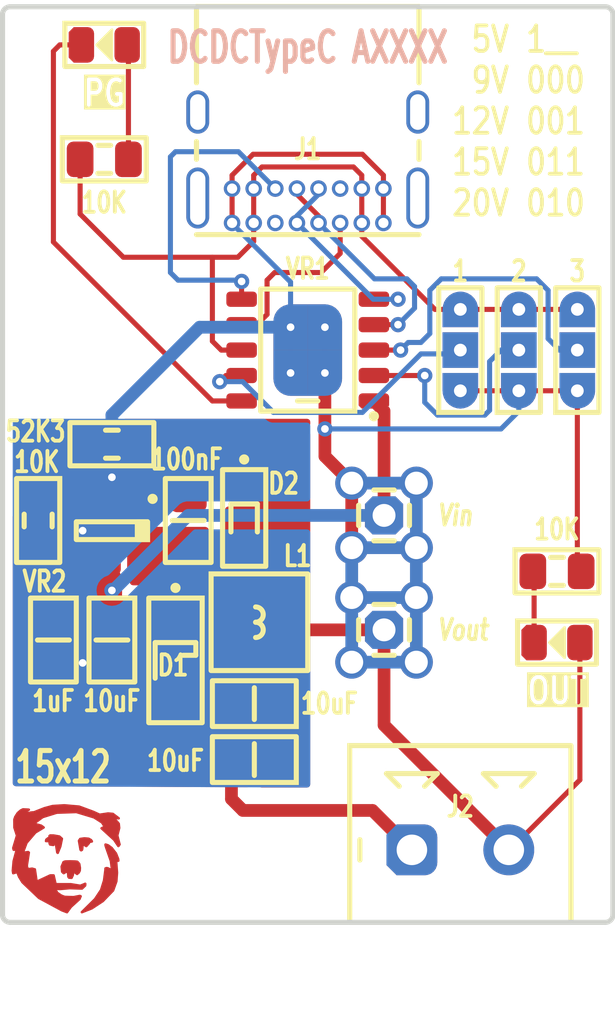
<source format=kicad_pcb>
(kicad_pcb (version 20240108) (generator "pcbnew") (generator_version "8.0")
  (layers (0 "F.Cu" signal) (31 "B.Cu" jumper) (34 "B.Paste" user) (35 "F.Paste" user) (36 "B.SilkS" user "B.Silkscreen") (37 "F.SilkS" user "F.Silkscreen") (38 "B.Mask" user) (39 "F.Mask" user) (44 "Edge.Cuts" user))
  (net 0 "")
  (net 1 "USB_DP")
  (net 2 "USB_DM")
  (net 3 "GND")
  (net 4 "Vusb")
  (net 5 "USB_CC2")
  (net 6 "USB_CC1")
  (net 7 "USB_CFG1")
  (net 8 "USB_CFG2")
  (net 9 "USB_CFG3")
  (net 10 "LED_PG")
  (net 11 "BOOST")
  (net 12 "SW")
  (net 13 "FB")
  (net 14 "Vin")
  (net 15 "Vout")
  (net 16 "PG")
  (net 17 "LED_OUT")
  (footprint "Medo64:L Inductor (3.0x3.0)" (layer "F.Cu") (at 30.1 44.2)
    (property "Reference" "L1" (at 1.5 -2.6 180) (layer "F.SilkS") (effects (font (size 0.8 0.6))))
    (property "Value" "22uH" (hide yes))
    (fp_rect (start -1.9 -1.9) (end 1.9 1.9) (stroke (width 0.2)) (fill none) (layer "F.SilkS"))
    (fp_arc (start -0.15 -0.6) (mid 0.15 -0.3) (end -0.15 0) (stroke (width 0.2)) (layer "F.SilkS"))
    (fp_arc (start -0.15 0) (mid 0.15 0.3) (end -0.15 0.6) (stroke (width 0.2)) (layer "F.SilkS"))
    (pad "1" smd roundrect (at -1.05 0) (size 1 3.4) (layers "F.Cu" "F.Paste" "F.Mask") (net 12 "SW"))
    (pad "2" smd roundrect (at 1.05 0) (size 1 3.4) (layers "F.Cu" "F.Paste" "F.Mask") (net 15 "Vout"))
  )
  (footprint "Medo64:C (0805)" (layer "F.Cu") (at 29.9 47.4 180)
    (property "Reference" "C4" (hide yes))
    (property "Value" "10uF" (at -2.95 0 0) (layer "F.SilkS") (effects (font (size 0.8 0.6) (thickness 0.15) (bold yes))))
    (fp_line (start 0 -0.625) (end 0 0.625) (stroke (width 0.2)) (layer "F.SilkS"))
    (fp_rect (start -1.65 -0.9) (end 1.65 0.9) (stroke (width 0.2)) (fill none) (layer "F.SilkS"))
    (pad "1" smd roundrect (at -0.9 0 180) (size 1.15 1.45) (layers "F.Cu" "F.Paste" "F.Mask") (net 15 "Vout"))
    (pad "2" smd roundrect (at 0.9 0 180) (size 1.15 1.45) (layers "F.Cu" "F.Paste" "F.Mask") (net 3 "GND"))
  )
  (footprint "Medo64:J USB C 2.0 Receptacle (16w)" (layer "F.Cu") (at 32 28.5 180)
    (property "Reference" "J1" (at 0 2.9 0) (layer "F.SilkS") (effects (font (size 0.8 0.6))))
    (property "Value" "‎USB4085" (hide yes))
    (fp_line (start 4.375 5.51) (end 4.375 8.51) (stroke (width 0.2)) (layer "F.SilkS"))
    (fp_line (start 4.375 2.5) (end 4.375 3.2) (stroke (width 0.2)) (layer "F.SilkS"))
    (fp_line (start -4.375 8.51) (end 4.375 8.51) (stroke (width 0.2)) (layer "F.SilkS"))
    (fp_line (start -4.375 5.51) (end -4.375 8.51) (stroke (width 0.2)) (layer "F.SilkS"))
    (fp_line (start -4.375 2.5) (end -4.375 3.2) (stroke (width 0.2)) (layer "F.SilkS"))
    (fp_line (start -4.375 -0.46) (end 4.375 -0.46) (stroke (width 0.2)) (layer "F.SilkS"))
    (pad "A01" thru_hole circle (at -2.975 0 180) (size 0.65 0.65) (drill 0.4) (layers "*.Cu" "*.Mask" "F.Paste") (net 3 "GND"))
    (pad "A04" thru_hole circle (at -2.125 0 180) (size 0.65 0.65) (drill 0.4) (layers "*.Cu" "*.Mask" "F.Paste") (net 4 "Vusb"))
    (pad "A05" thru_hole circle (at -1.275 0 180) (size 0.65 0.65) (drill 0.4) (layers "*.Cu" "*.Mask" "F.Paste") (net 6 "USB_CC1"))
    (pad "A06" thru_hole circle (at -0.425 0 180) (size 0.65 0.65) (drill 0.4) (layers "*.Cu" "*.Mask" "F.Paste") (net 1 "USB_DP"))
    (pad "A07" thru_hole circle (at 0.425 0 180) (size 0.65 0.65) (drill 0.4) (layers "*.Cu" "*.Mask" "F.Paste") (net 2 "USB_DM"))
    (pad "A08" thru_hole circle (at 1.275 0 180) (size 0.65 0.65) (drill 0.4) (layers "*.Cu" "*.Mask" "F.Paste"))
    (pad "A09" thru_hole circle (at 2.125 0 180) (size 0.65 0.65) (drill 0.4) (layers "*.Cu" "*.Mask" "F.Paste") (net 4 "Vusb"))
    (pad "A12" thru_hole circle (at 2.975 0 180) (size 0.65 0.65) (drill 0.4) (layers "*.Cu" "*.Mask" "F.Paste") (net 3 "GND"))
    (pad "B01" thru_hole circle (at 2.975 1.35 180) (size 0.65 0.65) (drill 0.4) (layers "*.Cu" "*.Mask" "F.Paste") (net 3 "GND"))
    (pad "B04" thru_hole circle (at 2.125 1.35 180) (size 0.65 0.65) (drill 0.4) (layers "*.Cu" "*.Mask" "F.Paste") (net 4 "Vusb"))
    (pad "B05" thru_hole circle (at 1.275 1.35 180) (size 0.65 0.65) (drill 0.4) (layers "*.Cu" "*.Mask" "F.Paste") (net 5 "USB_CC2"))
    (pad "B06" thru_hole circle (at 0.425 1.35 180) (size 0.65 0.65) (drill 0.4) (layers "*.Cu" "*.Mask" "F.Paste") (net 1 "USB_DP"))
    (pad "B07" thru_hole circle (at -0.425 1.35 180) (size 0.65 0.65) (drill 0.4) (layers "*.Cu" "*.Mask" "F.Paste") (net 2 "USB_DM"))
    (pad "B10" thru_hole circle (at -1.275 1.35 180) (size 0.65 0.65) (drill 0.4) (layers "*.Cu" "*.Mask" "F.Paste"))
    (pad "B11" thru_hole circle (at -2.125 1.35 180) (size 0.65 0.65) (drill 0.4) (layers "*.Cu" "*.Mask" "F.Paste") (net 4 "Vusb"))
    (pad "B12" thru_hole circle (at -2.975 1.35 180) (size 0.65 0.65) (drill 0.4) (layers "*.Cu" "*.Mask" "F.Paste") (net 3 "GND"))
    (pad "S" thru_hole oval (at -4.325 0.98 180) (size 0.9 2.4) (drill oval 0.6 2.1) (layers "*.Cu" "*.Mask" "F.Paste"))
    (pad "S" thru_hole oval (at -4.325 4.36 180) (size 0.9 1.7) (drill oval 0.6 1.4) (layers "*.Cu" "*.Mask" "F.Paste"))
    (pad "S" thru_hole oval (at 4.325 0.98 180) (size 0.9 2.4) (drill oval 0.6 2.1) (layers "*.Cu" "*.Mask" "F.Paste"))
    (pad "S" thru_hole oval (at 4.325 4.36 180) (size 0.9 1.7) (drill oval 0.6 1.4) (layers "*.Cu" "*.Mask" "F.Paste"))
  )
  (footprint "Medo64:JP Dual Test (1205)" (layer "F.Cu") (at 38 33.5 90)
    (property "Reference" "JP1" (hide yes))
    (property "Value" "1" (at 3.1 0 180) (layer "F.SilkS") (effects (font (size 0.8 0.6) (thickness 0.15) (bold yes))))
    (fp_rect (start -2.45 -0.85) (end 2.45 0.85) (stroke (width 0.2)) (fill none) (layer "F.SilkS"))
    (pad "1" thru_hole roundrect (at -1.6 0 90) (size 1.4 1.4) (drill 0.5) (layers "*.Cu" "F.Mask") (roundrect_rratio 0.5) (chamfer_ratio 0) (chamfer top_right bottom_right) (net 3 "GND"))
    (pad "2" thru_hole roundrect (at 0 0 90) (size 1.4 1.4) (drill 0.5) (layers "*.Cu" "F.Mask") (roundrect_rratio 0) (chamfer_ratio 0.2) (chamfer) (net 7 "USB_CFG1"))
    (pad "3" thru_hole roundrect (at 1.6 0 90) (size 1.4 1.4) (drill 0.5) (layers "*.Cu" "F.Mask") (roundrect_rratio 0.5) (chamfer_ratio 0) (chamfer top_left bottom_left) (net 4 "Vusb"))
  )
  (footprint "Medo64:C (0805)" (layer "F.Cu") (at 24.3 44.9 -90)
    (property "Reference" "C3" (hide yes))
    (property "Value" "10uF" (at 2.4 0 0) (layer "F.SilkS") (effects (font (size 0.8 0.6) (thickness 0.15) (bold yes))))
    (fp_line (start 0 -0.625) (end 0 0.625) (stroke (width 0.2)) (layer "F.SilkS"))
    (fp_rect (start -1.65 -0.9) (end 1.65 0.9) (stroke (width 0.2)) (fill none) (layer "F.SilkS"))
    (pad "1" smd roundrect (at -0.9 0 270) (size 1.15 1.45) (layers "F.Cu" "F.Paste" "F.Mask") (net 14 "Vin"))
    (pad "2" smd roundrect (at 0.9 0 270) (size 1.15 1.45) (layers "F.Cu" "F.Paste" "F.Mask") (net 3 "GND"))
  )
  (footprint "Medo64:D (SOD323)" (layer "F.Cu") (at 29.5 40.1 -90)
    (property "Reference" "D2" (at -1.35 -1.55 0) (layer "F.SilkS") (effects (font (size 0.8 0.6) (thickness 0.15) (bold yes))))
    (property "Value" "CUS08F30" (hide yes))
    (fp_line (start -0.55 0.52) (end 0.55 0.52) (stroke (width 0.2)) (layer "F.SilkS"))
    (fp_line (start -0.55 -0.52) (end -0.55 0.52) (stroke (width 0.2)) (layer "F.SilkS"))
    (fp_line (start -0.55 -0.52) (end 0.55 -0.52) (stroke (width 0.2)) (layer "F.SilkS"))
    (fp_rect (start -1.9 -0.85) (end 1.9 0.85) (stroke (width 0.2)) (fill none) (layer "F.SilkS"))
    (fp_circle (center -2.3 0) (end -2.15 0) (stroke (width 0.1)) (fill solid) (layer "F.SilkS"))
    (pad "1" smd roundrect (at -1.25 0 270) (size 0.95 0.55) (layers "F.Cu" "F.Paste" "F.Mask") (chamfer_ratio 0.2) (chamfer top_left bottom_left) (net 11 "BOOST"))
    (pad "2" smd roundrect (at 1.25 0 270) (size 0.95 0.55) (layers "F.Cu" "F.Paste" "F.Mask") (net 15 "Vout"))
  )
  (footprint "Medo64:C (0805)" (layer "F.Cu") (at 22 44.9 -90)
    (property "Reference" "C2" (hide yes))
    (property "Value" "1uF" (at 2.4 0 0) (layer "F.SilkS") (effects (font (size 0.8 0.6) (thickness 0.15) (bold yes))))
    (fp_line (start 0 -0.625) (end 0 0.625) (stroke (width 0.2)) (layer "F.SilkS"))
    (fp_rect (start -1.65 -0.9) (end 1.65 0.9) (stroke (width 0.2)) (fill none) (layer "F.SilkS"))
    (pad "1" smd roundrect (at -0.9 0 270) (size 1.15 1.45) (layers "F.Cu" "F.Paste" "F.Mask") (net 14 "Vin"))
    (pad "2" smd roundrect (at 0.9 0 270) (size 1.15 1.45) (layers "F.Cu" "F.Paste" "F.Mask") (net 3 "GND"))
  )
  (footprint "Medo64:C (0805)" (layer "F.Cu") (at 29.9 49.6 180)
    (property "Reference" "C5" (hide yes))
    (property "Value" "10uF" (at 3.1 -0.05 0) (layer "F.SilkS") (effects (font (size 0.8 0.6) (thickness 0.15) (bold yes))))
    (fp_line (start 0 -0.625) (end 0 0.625) (stroke (width 0.2)) (layer "F.SilkS"))
    (fp_rect (start -1.65 -0.9) (end 1.65 0.9) (stroke (width 0.2)) (fill none) (layer "F.SilkS"))
    (pad "1" smd roundrect (at -0.9 0 180) (size 1.15 1.45) (layers "F.Cu" "F.Paste" "F.Mask") (net 15 "Vout"))
    (pad "2" smd roundrect (at 0.9 0 180) (size 1.15 1.45) (layers "F.Cu" "F.Paste" "F.Mask") (net 3 "GND"))
  )
  (footprint "Medo64:C (0805)" (layer "F.Cu") (at 27.3 40.2 -90)
    (property "Reference" "C1" (hide yes))
    (property "Value" "100nF" (at -2.4 0.05 0) (layer "F.SilkS") (effects (font (size 0.8 0.6) (thickness 0.15) (bold yes))))
    (fp_line (start 0 -0.625) (end 0 0.625) (stroke (width 0.2)) (layer "F.SilkS"))
    (fp_rect (start -1.65 -0.9) (end 1.65 0.9) (stroke (width 0.2)) (fill none) (layer "F.SilkS"))
    (pad "1" smd roundrect (at -0.9 0 270) (size 1.15 1.45) (layers "F.Cu" "F.Paste" "F.Mask") (net 11 "BOOST"))
    (pad "2" smd roundrect (at 0.9 0 270) (size 1.15 1.45) (layers "F.Cu" "F.Paste" "F.Mask") (net 12 "SW"))
  )
  (footprint "Medo64:R (0805)" (layer "F.Cu") (at 24.3 37.2 180)
    (property "Reference" "R4" (hide yes))
    (property "Value" "52K3" (at 3 0.5 180) (layer "F.SilkS") (effects (font (size 0.8 0.6))))
    (fp_line (start -0.25 0.55) (end 0.25 0.55) (stroke (width 0.2)) (layer "F.SilkS"))
    (fp_line (start -0.25 -0.55) (end 0.25 -0.55) (stroke (width 0.2)) (layer "F.SilkS"))
    (fp_rect (start -1.65 -0.85) (end 1.65 0.85) (stroke (width 0.2)) (fill none) (layer "F.SilkS"))
    (pad "1" smd roundrect (at -0.95 0 180) (size 1.05 1.4) (layers "F.Cu" "F.Paste" "F.Mask") (net 15 "Vout"))
    (pad "2" smd roundrect (at 0.95 0 180) (size 1.05 1.4) (layers "F.Cu" "F.Paste" "F.Mask") (net 13 "FB"))
  )
  (footprint "Medo64:VR Buck Adjustable 600mA [MCP16301] (SOT23-6)" (layer "F.Cu") (at 24.3 40.6 -90)
    (property "Reference" "VR2" (at 2 2.65 0) (layer "F.SilkS") (effects (font (size 0.8 0.6))))
    (property "Value" "MCP16301" (hide yes))
    (fp_rect (start 0.35 -1.4) (end -0.35 1.4) (stroke (width 0.2)) (fill none) (layer "F.SilkS"))
    (fp_rect (start 0.35 -1.4) (end -0.35 -1) (stroke (width 0.2)) (fill solid) (layer "F.SilkS"))
    (fp_circle (center -1.25 -1.6) (end -1.1 -1.6) (stroke (width 0.1)) (fill solid) (layer "F.SilkS"))
    (pad "1" smd roundrect (at -1.25 -0.95 270) (size 0.9 0.7) (layers "F.Cu" "F.Paste" "F.Mask") (chamfer_ratio 0.2) (chamfer top_left top_right) (net 11 "BOOST"))
    (pad "2" smd roundrect (at -1.25 0 270) (size 0.9 0.7) (layers "F.Cu" "F.Paste" "F.Mask") (net 3 "GND"))
    (pad "3" smd roundrect (at -1.25 0.95 270) (size 0.9 0.7) (layers "F.Cu" "F.Paste" "F.Mask") (chamfer_ratio 0.2) (chamfer top_left top_right) (net 13 "FB"))
    (pad "4" smd roundrect (at 1.25 0.95 270) (size 0.9 0.7) (layers "F.Cu" "F.Paste" "F.Mask") (net 14 "Vin"))
    (pad "5" smd roundrect (at 1.25 0 270) (size 0.9 0.7) (layers "F.Cu" "F.Paste" "F.Mask") (net 14 "Vin"))
    (pad "6" smd roundrect (at 1.25 -0.95 270) (size 0.9 0.7) (layers "F.Cu" "F.Paste" "F.Mask") (net 12 "SW"))
  )
  (footprint "Medo64:DS (0805)" (layer "F.Cu") (at 24 21.5)
    (property "Reference" "DS1" (hide yes))
    (property "Value" "PG" (at 0 1.9 0) (layer "F.SilkS" knockout) (effects (font (size 1 0.8) (thickness 0.15) (bold yes))))
    (fp_rect (start -1.55 -0.85) (end 1.55 0.85) (stroke (width 0.2)) (fill none) (layer "F.SilkS"))
    (fp_poly (pts (xy -0.3 0) (xy 0.3 -0.6) (xy 0.3 0.6)) (stroke (width 0.1)) (fill solid) (layer "F.SilkS"))
    (pad "1" smd roundrect (at -0.9 0) (size 1 1.4) (layers "F.Cu" "F.Paste" "F.Mask") (chamfer_ratio 0.2) (chamfer top_left bottom_left) (net 16 "PG"))
    (pad "2" smd roundrect (at 0.9 0) (size 1 1.4) (layers "F.Cu" "F.Paste" "F.Mask") (net 10 "LED_PG"))
  )
  (footprint "Medo64:R (0805)" (layer "F.Cu") (at 21.4 40.2 -90)
    (property "Reference" "R3" (hide yes))
    (property "Value" "10K" (at -2.3 0.05 0) (layer "F.SilkS") (effects (font (size 0.8 0.6))))
    (fp_line (start -0.25 0.55) (end 0.25 0.55) (stroke (width 0.2)) (layer "F.SilkS"))
    (fp_line (start -0.25 -0.55) (end 0.25 -0.55) (stroke (width 0.2)) (layer "F.SilkS"))
    (fp_rect (start -1.65 -0.85) (end 1.65 0.85) (stroke (width 0.2)) (fill none) (layer "F.SilkS"))
    (pad "1" smd roundrect (at -0.95 0 270) (size 1.05 1.4) (layers "F.Cu" "F.Paste" "F.Mask") (net 13 "FB"))
    (pad "2" smd roundrect (at 0.95 0 270) (size 1.05 1.4) (layers "F.Cu" "F.Paste" "F.Mask") (net 3 "GND"))
  )
  (footprint "Medo64:ICON Medo64" (layer "F.Cu") (at 22.5 53.5)
    (property "Reference" "ICON" (hide yes))
    (property "Value" "Medo64" (hide yes))
    (fp_poly (pts (xy 0.569 -0.353) (xy 0.506 -0.707) (xy 0.554 -0.778) (xy 0.719 -0.8) (xy 0.885 -0.786) (xy 0.979 -0.733) (xy 1.012 -0.682) (xy 0.902 -0.659) (xy 0.892 -0.612) (xy 0.793 -0.5) (xy 0.659 -0.583) (xy 0.647 -0.581) (xy 0.632 -0.391) (xy 0.622 -0.353) (xy 0.592 -0.334)) (stroke (width 0.1)) (fill solid) (layer "F.Cu"))
    (fp_poly (pts (xy -0.347 -0.253) (xy -0.412 -0.648) (xy -0.502 -0.544) (xy -0.626 -0.56) (xy -0.646 -0.595) (xy -0.654 -0.695) (xy -0.79 -0.696) (xy -0.777 -0.752) (xy -0.709 -0.806) (xy -0.594 -0.838) (xy -0.594 -0.861) (xy -0.645 -0.874) (xy -0.654 -0.893) (xy -0.626 -0.915) (xy -0.491 -0.913) (xy -0.267 -0.874) (xy -0.168 -0.787) (xy -0.23 -0.486) (xy -0.331 -0.233) (xy -0.339 -0.24)) (stroke (width 0.1)) (fill solid) (layer "F.Cu"))
    (fp_poly (pts (xy 0.115 0.742) (xy 0.0899 0.706) (xy 0.0781 0.566) (xy 0.0622 0.52) (xy 0.00798 0.502) (xy -0.097 0.566) (xy -0.155 0.508) (xy -0.174 0.31) (xy -0.101 0.133) (xy -0.0361 0.108) (xy 0.168 0.103) (xy 0.347 0.109) (xy 0.44 0.12) (xy 0.515 0.205) (xy 0.54 0.36) (xy 0.533 0.466) (xy 0.5 0.535) (xy 0.431 0.596) (xy 0.384 0.562) (xy 0.365 0.53) (xy 0.342 0.512) (xy 0.286 0.53) (xy 0.257 0.652) (xy 0.212 0.749)) (stroke (width 0.1)) (fill solid) (layer "F.Cu"))
    (fp_poly (pts (xy 1.137 1.588) (xy 1.377 1.227) (xy 1.493 0.853) (xy 1.544 0.455) (xy 1.551 0.378) (xy 1.595 0.367) (xy 1.649 0.379) (xy 1.781 0.45) (xy 1.801 0.39) (xy 1.761 0.0848) (xy 1.586 -0.417) (xy 1.555 -0.511) (xy 1.55 -0.558) (xy 1.648 -0.527) (xy 1.79 -0.423) (xy 1.958 -0.207) (xy 2.045 0.013) (xy 2.05 0.076) (xy 1.964 0.0819) (xy 1.999 0.548) (xy 1.973 0.89) (xy 1.846 1.245) (xy 1.444 1.662) (xy 1.007 1.949) (xy 0.62 2.1)) (stroke (width 0.1)) (fill solid) (layer "F.Cu"))
    (fp_poly (pts (xy -0.162 2.027) (xy -1.067 1.539) (xy -1.715 0.923) (xy -1.847 0.71) (xy -1.921 0.519) (xy -2.079 0.567) (xy -2.095 0.469) (xy -2.062 0.0937) (xy -1.952 -0.314) (xy -1.982 -0.367) (xy -2.06 -0.354) (xy -2.077 -0.422) (xy -1.93 -0.912) (xy -2.032 -1.227) (xy -2.034 -1.544) (xy -1.998 -1.647) (xy -1.903 -1.796) (xy -1.782 -1.9) (xy -1.695 -1.941) (xy -1.468 -1.93) (xy -1.663 -1.801) (xy -1.722 -1.753) (xy -1.784 -1.659) (xy -1.735 -1.66) (xy -1.576 -1.778) (xy -1.371 -1.817) (xy -1.254 -1.827) (xy -1.134 -1.877) (xy -0.852 -1.987) (xy -0.528 -2.073) (xy -0.0731 -2.1) (xy 0.509 -2.05) (xy 1.073 -1.842) (xy 1.317 -1.73) (xy 1.649 -1.779) (xy 1.837 -1.763) (xy 2.065 -1.59) (xy 1.802 -1.633) (xy 1.67 -1.615) (xy 1.959 -1.505) (xy 2.067 -1.378) (xy 2.085 -1.212) (xy 2.009 -0.915) (xy 2.099 -0.563) (xy 2.055 -0.501) (xy 1.891 -0.746) (xy 1.396 -1.198) (xy 1.522 -1.254) (xy 1.413 -1.428) (xy 1.101 -1.627) (xy 0.403 -1.839) (xy -0.366 -1.813) (xy -0.919 -1.642) (xy -1.209 -1.43) (xy -1.227 -1.366) (xy -0.981 -1.3) (xy -0.886 -1.23) (xy -1.21 -1.035) (xy -1.558 -0.628) (xy -1.682 -0.293) (xy -1.663 -0.238) (xy -1.492 -0.262) (xy -1.468 -0.242) (xy -1.547 0.268) (xy -1.529 0.375) (xy -1.464 0.408) (xy -1.339 0.39) (xy -1.231 0.419) (xy -1.16 0.905) (xy -0.625 0.656) (xy -0.494 0.655) (xy -0.414 1.002) (xy 0.18 1.002) (xy 0.561 1.064) (xy 0.751 0.985) (xy 0.746 1.053) (xy 0.624 1.17) (xy 0.142 1.154) (xy -0.23 1.188) (xy -0.449 1.178) (xy -0.342 1.347) (xy -0.189 1.45) (xy -0.0588 1.5) (xy 0.291 1.511) (xy 0.537 1.463) (xy 0.568 1.475) (xy 0.523 1.584) (xy 0.188 1.888) (xy 0.0332 2.1)) (stroke (width 0.1)) (fill solid) (layer "F.Cu"))
  )
  (footprint "Medo64:VR PD [CH224K] (ESSOP-10')" (layer "F.Cu") (at 32 33.5 180)
    (property "Reference" "VR1" (at 0 3.2 0) (layer "F.SilkS") (effects (font (size 0.8 0.6))))
    (property "Value" "CH224K" (hide yes))
    (fp_line (start -0.4 -2) (end 0.4 -2) (stroke (width 0.2)) (layer "F.SilkS"))
    (fp_rect (start -1.85 -2.4) (end 1.85 2.4) (stroke (width 0.2)) (fill none) (layer "F.SilkS"))
    (fp_circle (center -2.6 -2.6) (end -2.45 -2.6) (stroke (width 0.1)) (fill solid) (layer "F.SilkS"))
    (pad "1" smd roundrect (at -2.6 -2 180) (size 1.2 0.6) (layers "F.Cu" "F.Paste" "F.Mask") (chamfer_ratio 0.2) (chamfer top_left top_right) (net 14 "Vin"))
    (pad "2" smd roundrect (at -2.6 -1 180) (size 1.2 0.6) (layers "F.Cu" "F.Paste" "F.Mask") (net 8 "USB_CFG2"))
    (pad "3" smd roundrect (at -2.6 0 180) (size 1.2 0.6) (layers "F.Cu" "F.Paste" "F.Mask") (net 9 "USB_CFG3"))
    (pad "4" smd roundrect (at -2.6 1 180) (size 1.2 0.6) (layers "F.Cu" "F.Paste" "F.Mask") (net 1 "USB_DP"))
    (pad "5" smd roundrect (at -2.6 2 180) (size 1.2 0.6) (layers "F.Cu" "F.Paste" "F.Mask") (net 2 "USB_DM"))
    (pad "6" smd roundrect (at 2.6 2 180) (size 1.2 0.6) (layers "F.Cu" "F.Paste" "F.Mask") (net 5 "USB_CC2"))
    (pad "7" smd roundrect (at 2.6 1 180) (size 1.2 0.6) (layers "F.Cu" "F.Paste" "F.Mask") (net 6 "USB_CC1"))
    (pad "8" smd roundrect (at 2.6 0 180) (size 1.2 0.6) (layers "F.Cu" "F.Paste" "F.Mask") (net 4 "Vusb"))
    (pad "9" smd roundrect (at 2.6 -1 180) (size 1.2 0.6) (layers "F.Cu" "F.Paste" "F.Mask") (net 7 "USB_CFG1"))
    (pad "10" smd roundrect (at 2.6 -2 180) (size 1.2 0.6) (layers "F.Cu" "F.Paste" "F.Mask") (net 16 "PG"))
    (pad "11" thru_hole roundrect (at -0.675 -0.9 180) (size 1.35 1.8) (drill 0.3) (layers "*.Cu" "F.Paste" "F.Mask") (roundrect_rratio 0.5) (chamfer_ratio 0) (chamfer top_right bottom_left bottom_right) (net 3 "GND"))
    (pad "11" thru_hole roundrect (at -0.675 0.9 180) (size 1.35 1.8) (drill 0.3) (layers "*.Cu" "F.Paste" "F.Mask") (roundrect_rratio 0.5) (chamfer_ratio 0) (chamfer top_left top_right bottom_right) (net 3 "GND"))
    (pad "11" thru_hole roundrect (at 0.675 -0.9 180) (size 1.35 1.8) (drill 0.3) (layers "*.Cu" "F.Paste" "F.Mask") (roundrect_rratio 0.5) (chamfer_ratio 0) (chamfer top_left bottom_left bottom_right) (net 3 "GND"))
    (pad "11" thru_hole roundrect (at 0.675 0.9 180) (size 1.35 1.8) (drill 0.3) (layers "*.Cu" "F.Paste" "F.Mask") (roundrect_rratio 0.5) (chamfer_ratio 0) (chamfer top_left top_right bottom_left) (net 3 "GND"))
  )
  (footprint "Medo64:R (0805)" (layer "F.Cu") (at 24 26)
    (property "Reference" "R1" (hide yes))
    (property "Value" "10K" (at 0 1.7 0) (layer "F.SilkS") (effects (font (size 0.8 0.6))))
    (fp_line (start -0.25 -0.55) (end 0.25 -0.55) (stroke (width 0.2)) (layer "F.SilkS"))
    (fp_line (start -0.25 0.55) (end 0.25 0.55) (stroke (width 0.2)) (layer "F.SilkS"))
    (fp_rect (start -1.65 -0.85) (end 1.65 0.85) (stroke (width 0.2)) (fill none) (layer "F.SilkS"))
    (pad "1" smd roundrect (at -0.95 0) (size 1.05 1.4) (layers "F.Cu" "F.Paste" "F.Mask") (net 4 "Vusb"))
    (pad "2" smd roundrect (at 0.95 0) (size 1.05 1.4) (layers "F.Cu" "F.Paste" "F.Mask") (net 10 "LED_PG"))
  )
  (footprint "Medo64:D Shottky (SOD123F)" (layer "F.Cu") (at 26.8 45.7 -90)
    (property "Reference" "D1" (at 0.2 0.1 0) (layer "F.SilkS") (effects (font (size 0.8 0.6) (thickness 0.15) (bold yes))))
    (property "Value" "B260S1F" (hide yes))
    (fp_line (start -0.7 0.8) (end -0.7 -0.8) (stroke (width 0.2)) (layer "F.SilkS"))
    (fp_line (start 0.7 0.8) (end -0.7 0.8) (stroke (width 0.2)) (layer "F.SilkS"))
    (fp_line (start -0.2 -0.8) (end -0.2 -0.3) (stroke (width 0.2)) (layer "F.SilkS"))
    (fp_line (start -0.2 -0.8) (end -0.7 -0.8) (stroke (width 0.2)) (layer "F.SilkS"))
    (fp_rect (start -2.45 -1.05) (end 2.45 1.05) (stroke (width 0.2)) (fill none) (layer "F.SilkS"))
    (fp_circle (center -2.85 0) (end -2.7 0) (stroke (width 0.1)) (fill solid) (layer "F.SilkS"))
    (pad "1" smd roundrect (at -1.45 0 270) (size 1 1.5) (layers "F.Cu" "F.Paste" "F.Mask") (chamfer_ratio 0.2) (chamfer top_left bottom_left) (net 12 "SW"))
    (pad "2" smd roundrect (at 1.45 0 270) (size 1 1.5) (layers "F.Cu" "F.Paste" "F.Mask") (net 3 "GND"))
  )
  (footprint "Medo64:JP Dual Test (1205)" (layer "F.Cu") (at 40.3 33.5 90)
    (property "Reference" "JP2" (hide yes))
    (property "Value" "2" (at 3.1 0 180) (layer "F.SilkS") (effects (font (size 0.8 0.6) (thickness 0.15) (bold yes))))
    (fp_rect (start -2.45 -0.85) (end 2.45 0.85) (stroke (width 0.2)) (fill none) (layer "F.SilkS"))
    (pad "1" thru_hole roundrect (at -1.6 0 90) (size 1.4 1.4) (drill 0.5) (layers "*.Cu" "F.Mask") (roundrect_rratio 0.5) (chamfer_ratio 0) (chamfer top_right bottom_right) (net 3 "GND"))
    (pad "2" thru_hole roundrect (at 0 0 90) (size 1.4 1.4) (drill 0.5) (layers "*.Cu" "F.Mask") (roundrect_rratio 0) (chamfer_ratio 0.2) (chamfer) (net 8 "USB_CFG2"))
    (pad "3" thru_hole roundrect (at 1.6 0 90) (size 1.4 1.4) (drill 0.5) (layers "*.Cu" "F.Mask") (roundrect_rratio 0.5) (chamfer_ratio 0) (chamfer top_left bottom_left) (net 4 "Vusb"))
  )
  (footprint "Medo64:J Phoenix MCV (2w)" (layer "F.Cu") (at 38 53.15)
    (property "Reference" "J2" (at 0 -1.7 0) (layer "F.SilkS") (effects (font (size 0.8 0.6) (thickness 0.15) (bold yes))))
    (property "Value" "MCV 1,5/2")
    (fp_line (start -3.95 -0.4) (end -3.95 0.4) (stroke (width 0.2)) (layer "F.SilkS"))
    (fp_line (start -2.905 -3) (end -2.405 -2.5) (stroke (width 0.2)) (layer "F.SilkS"))
    (fp_line (start -2.905 -3) (end -0.905 -3) (stroke (width 0.2)) (layer "F.SilkS"))
    (fp_line (start -0.905 -3) (end -1.405 -2.5) (stroke (width 0.2)) (layer "F.SilkS"))
    (fp_line (start 0.905 -3) (end 1.405 -2.5) (stroke (width 0.2)) (layer "F.SilkS"))
    (fp_line (start 0.905 -3) (end 2.905 -3) (stroke (width 0.2)) (layer "F.SilkS"))
    (fp_line (start 2.905 -3) (end 2.405 -2.5) (stroke (width 0.2)) (layer "F.SilkS"))
    (fp_rect (start -4.35 -4.1) (end 4.35 2.85) (stroke (width 0.2)) (fill none) (layer "F.SilkS"))
    (pad "1" thru_hole roundrect (at -1.905 0) (size 2 2) (drill 1.2) (layers "*.Cu" "*.Mask") (chamfer_ratio 0.2) (chamfer top_left bottom_left) (net 3 "GND"))
    (pad "2" thru_hole circle (at 1.905 0) (size 2 2) (drill 1.2) (layers "*.Cu" "*.Mask") (net 15 "Vout"))
  )
  (footprint "Medo64:DS (0805)" (layer "F.Cu") (at 41.8 45)
    (property "Reference" "DS2" (hide yes))
    (property "Value" "OUT" (at 0 1.9 0) (layer "F.SilkS" knockout) (effects (font (size 1 0.8) (thickness 0.15) (bold yes))))
    (fp_rect (start -1.55 -0.85) (end 1.55 0.85) (stroke (width 0.2)) (fill none) (layer "F.SilkS"))
    (fp_poly (pts (xy -0.3 0) (xy 0.3 -0.6) (xy 0.3 0.6)) (stroke (width 0.1)) (fill solid) (layer "F.SilkS"))
    (pad "1" smd roundrect (at -0.9 0) (size 1 1.4) (layers "F.Cu" "F.Paste" "F.Mask") (chamfer_ratio 0.2) (chamfer top_left bottom_left) (net 17 "LED_OUT"))
    (pad "2" smd roundrect (at 0.9 0) (size 1 1.4) (layers "F.Cu" "F.Paste" "F.Mask") (net 15 "Vout"))
  )
  (footprint "Medo64:TP MMCX (3.5mm)" (layer "F.Cu") (at 35 40)
    (property "Reference" "TP1" (hide yes))
    (property "Value" "Vin" (at 2.8 0 0) (layer "F.SilkS") (effects (font (size 0.8 0.6) (thickness 0.15) (bold yes) (italic yes))))
    (fp_line (start -1 -0.4) (end -1 0.4) (stroke (width 0.2)) (layer "F.SilkS"))
    (fp_line (start 0.4 -1) (end -0.4 -1) (stroke (width 0.2)) (layer "F.SilkS"))
    (fp_line (start 0.4 1) (end -0.4 1) (stroke (width 0.2)) (layer "F.SilkS"))
    (fp_line (start 1 -0.4) (end 1 0.4) (stroke (width 0.2)) (layer "F.SilkS"))
    (pad "1" thru_hole roundrect (at 0 0) (size 1.5 1.5) (drill 0.9) (property pad_prop_testpoint) (layers "*.Cu" "*.Mask") (chamfer_ratio 0.2) (chamfer top_left top_right bottom_left bottom_right) (net 14 "Vin"))
    (pad "2" thru_hole circle (at -1.27 -1.27) (size 1.3 1.3) (drill 0.9) (property pad_prop_testpoint) (layers "*.Cu" "*.Mask") (net 3 "GND"))
    (pad "2" thru_hole circle (at -1.27 1.27) (size 1.3 1.3) (drill 0.9) (property pad_prop_testpoint) (layers "*.Cu" "*.Mask") (net 3 "GND"))
    (pad "2" thru_hole circle (at 1.27 -1.27) (size 1.3 1.3) (drill 0.9) (property pad_prop_testpoint) (layers "*.Cu" "*.Mask") (net 3 "GND"))
    (pad "2" thru_hole circle (at 1.27 1.27) (size 1.3 1.3) (drill 0.9) (property pad_prop_testpoint) (layers "*.Cu" "*.Mask") (net 3 "GND"))
  )
  (footprint "Medo64:JP Dual Test (1205)" (layer "F.Cu") (at 42.6 33.5 90)
    (property "Reference" "JP3" (hide yes))
    (property "Value" "3" (at 3.1 0 180) (layer "F.SilkS") (effects (font (size 0.8 0.6) (thickness 0.15) (bold yes))))
    (fp_rect (start -2.45 -0.85) (end 2.45 0.85) (stroke (width 0.2)) (fill none) (layer "F.SilkS"))
    (pad "1" thru_hole roundrect (at -1.6 0 90) (size 1.4 1.4) (drill 0.5) (layers "*.Cu" "F.Mask") (roundrect_rratio 0.5) (chamfer_ratio 0) (chamfer top_right bottom_right) (net 3 "GND"))
    (pad "2" thru_hole roundrect (at 0 0 90) (size 1.4 1.4) (drill 0.5) (layers "*.Cu" "F.Mask") (roundrect_rratio 0) (chamfer_ratio 0.2) (chamfer) (net 9 "USB_CFG3"))
    (pad "3" thru_hole roundrect (at 1.6 0 90) (size 1.4 1.4) (drill 0.5) (layers "*.Cu" "F.Mask") (roundrect_rratio 0.5) (chamfer_ratio 0) (chamfer top_left bottom_left) (net 4 "Vusb"))
  )
  (footprint "Medo64:R (0805)" (layer "F.Cu") (at 41.8 42.2)
    (property "Reference" "R2" (hide yes))
    (property "Value" "10K" (at 0 -1.65 0) (layer "F.SilkS") (effects (font (size 0.8 0.6))))
    (fp_line (start -0.25 -0.55) (end 0.25 -0.55) (stroke (width 0.2)) (layer "F.SilkS"))
    (fp_line (start -0.25 0.55) (end 0.25 0.55) (stroke (width 0.2)) (layer "F.SilkS"))
    (fp_rect (start -1.65 -0.85) (end 1.65 0.85) (stroke (width 0.2)) (fill none) (layer "F.SilkS"))
    (pad "1" smd roundrect (at -0.95 0) (size 1.05 1.4) (layers "F.Cu" "F.Paste" "F.Mask") (net 17 "LED_OUT"))
    (pad "2" smd roundrect (at 0.95 0) (size 1.05 1.4) (layers "F.Cu" "F.Paste" "F.Mask") (net 3 "GND"))
  )
  (footprint "Medo64:TP MMCX (3.5mm)" (layer "F.Cu") (at 35 44.5)
    (property "Reference" "TP2" (hide yes))
    (property "Value" "Vout" (at 3.1 0 0) (layer "F.SilkS") (effects (font (size 0.8 0.6) (thickness 0.15) (bold yes) (italic yes))))
    (fp_line (start -1 -0.4) (end -1 0.4) (stroke (width 0.2)) (layer "F.SilkS"))
    (fp_line (start 0.4 -1) (end -0.4 -1) (stroke (width 0.2)) (layer "F.SilkS"))
    (fp_line (start 0.4 1) (end -0.4 1) (stroke (width 0.2)) (layer "F.SilkS"))
    (fp_line (start 1 -0.4) (end 1 0.4) (stroke (width 0.2)) (layer "F.SilkS"))
    (pad "1" thru_hole roundrect (at 0 0) (size 1.5 1.5) (drill 0.9) (property pad_prop_testpoint) (layers "*.Cu" "*.Mask") (chamfer_ratio 0.2) (chamfer top_left top_right bottom_left bottom_right) (net 15 "Vout"))
    (pad "2" thru_hole circle (at -1.27 -1.27) (size 1.3 1.3) (drill 0.9) (property pad_prop_testpoint) (layers "*.Cu" "*.Mask") (net 3 "GND"))
    (pad "2" thru_hole circle (at -1.27 1.27) (size 1.3 1.3) (drill 0.9) (property pad_prop_testpoint) (layers "*.Cu" "*.Mask") (net 3 "GND"))
    (pad "2" thru_hole circle (at 1.27 -1.27) (size 1.3 1.3) (drill 0.9) (property pad_prop_testpoint) (layers "*.Cu" "*.Mask") (net 3 "GND"))
    (pad "2" thru_hole circle (at 1.27 1.27) (size 1.3 1.3) (drill 0.9) (property pad_prop_testpoint) (layers "*.Cu" "*.Mask") (net 3 "GND"))
  )
  (gr_arc (start 43.7 20) (mid 43.912132 20.087868) (end 44 20.3) (stroke (width 0.2)) (layer "Edge.Cuts"))
  (gr_line (start 20.3 20) (end 43.7 20) (stroke (width 0.2)) (layer "Edge.Cuts"))
  (gr_arc (start 20 20.3) (mid 20.087868 20.087868) (end 20.3 20) (stroke (width 0.2)) (layer "Edge.Cuts"))
  (gr_arc (start 44 55.7) (mid 43.912132 55.912132) (end 43.7 56) (stroke (width 0.2)) (layer "Edge.Cuts"))
  (gr_line (start 44 20.3) (end 44 55.7) (stroke (width 0.2)) (layer "Edge.Cuts"))
  (gr_line (start 20 20.3) (end 20 55.7) (stroke (width 0.2)) (layer "Edge.Cuts"))
  (gr_line (start 20.3 56) (end 43.7 56) (stroke (width 0.2)) (layer "Edge.Cuts"))
  (gr_arc (start 20.3 56) (mid 20.087868 55.912132) (end 20 55.7) (stroke (width 0.2)) (layer "Edge.Cuts"))
  (gr_text "DCDCTypeC AXXXX" (at 32 21.6 0) (layer "B.SilkS") (effects (font (size 1.2 0.8) (thickness 0.2) (bold yes))))
  (gr_text "5V\n9V\n12V\n15V\n20V" (at 40 24.5 0) (layer "F.SilkS") (effects (font (size 1 0.8) (thickness 0.15) (bold yes)) (justify right)))
  (gr_text "15x12" (at 20.4 50.6 0) (layer "F.SilkS") (effects (font (size 1.2 0.8) (thickness 0.2) (bold yes)) (justify left bottom)))
  (gr_text "1__\n000\n001\n011\n010" (at 40.5 24.5 0) (layer "F.SilkS") (effects (font (size 1 0.8) (thickness 0.15) (bold yes)) (justify left)))
  (segment (start 32.425 28.225) (end 31.575 27.375) (width 0.2) (layer "F.Cu") (net 1))
  (segment (start 32.425 28.5) (end 32.425 28.225) (width 0.2) (layer "F.Cu") (net 1))
  (segment (start 34.6 32.5) (end 35.55 32.5) (width 0.2) (layer "F.Cu") (net 1))
  (segment (start 31.575 27.375) (end 31.575 27.15) (width 0.2) (layer "F.Cu") (net 1))
  (via (at 35.55 32.5) (size 0.6) (drill 0.3) (layers "F.Cu" "B.Cu") (net 1))
  (segment (start 35.55 32.5) (end 36.2 31.85) (width 0.2) (layer "B.Cu") (net 1))
  (segment (start 34.625 30.7) (end 32.425 28.5) (width 0.2) (layer "B.Cu") (net 1))
  (segment (start 36.2 31) (end 35.9 30.7) (width 0.2) (layer "B.Cu") (net 1))
  (segment (start 36.2 31.85) (end 36.2 31) (width 0.2) (layer "B.Cu") (net 1))
  (segment (start 35.9 30.7) (end 34.625 30.7) (width 0.2) (layer "B.Cu") (net 1))
  (segment (start 34.6 31.5) (end 35.45 31.5) (width 0.2) (layer "F.Cu") (net 2))
  (segment (start 35.45 31.5) (end 35.55 31.5) (width 0.2) (layer "F.Cu") (net 2))
  (via (at 35.55 31.5) (size 0.6) (drill 0.3) (layers "F.Cu" "B.Cu") (net 2))
  (segment (start 35.55 31.5) (end 34.575 31.5) (width 0.2) (layer "B.Cu") (net 2))
  (segment (start 31.575 28.225) (end 32.425 27.375) (width 0.2) (layer "B.Cu") (net 2))
  (segment (start 31.575 28.5) (end 31.575 28.225) (width 0.2) (layer "B.Cu") (net 2))
  (segment (start 32.425 27.375) (end 32.425 27.15) (width 0.2) (layer "B.Cu") (net 2))
  (segment (start 34.575 31.5) (end 31.575 28.5) (width 0.2) (layer "B.Cu") (net 2))
  (segment (start 22.2 40.6) (end 23.149986 40.6) (width 0.5) (layer "F.Cu") (net 3))
  (segment (start 42.6 35.1) (end 40.3 35.1) (width 0.2) (layer "F.Cu") (net 3))
  (segment (start 29.025 28.5) (end 29.025 27.15) (width 0.2) (layer "F.Cu") (net 3))
  (segment (start 29.85 25.8) (end 29.025 26.625) (width 0.2) (layer "F.Cu") (net 3))
  (segment (start 29.45 51.6) (end 29 51.15) (width 0.5) (layer "F.Cu") (net 3))
  (segment (start 31.325 34.4) (end 32.675 34.4) (width 0.2) (layer "F.Cu") (net 3))
  (segment (start 32.675 36.599984) (end 32.674984 36.6) (width 0.2) (layer "F.Cu") (net 3))
  (segment (start 29 51.15) (end 29 49.6) (width 0.5) (layer "F.Cu") (net 3))
  (segment (start 24.3 39.35) (end 24.3 40.4) (width 0.5) (layer "F.Cu") (net 3))
  (segment (start 31.325 32.6) (end 31.325 34.4) (width 0.2) (layer "F.Cu") (net 3))
  (segment (start 29.025 26.625) (end 29.025 27.15) (width 0.2) (layer "F.Cu") (net 3))
  (segment (start 32.675 32.6) (end 31.325 32.6) (width 0.2) (layer "F.Cu") (net 3))
  (segment (start 32.675 34.4) (end 32.675 36.599984) (width 0.2) (layer "F.Cu") (net 3))
  (segment (start 36.095 53.15) (end 34.545 51.6) (width 0.5) (layer "F.Cu") (net 3))
  (segment (start 34.975 28.5) (end 34.975 27.15) (width 0.2) (layer "F.Cu") (net 3))
  (segment (start 32.675 34.4) (end 32.675 32.6) (width 0.2) (layer "F.Cu") (net 3))
  (segment (start 21.65 41.15) (end 22.2 40.6) (width 0.5) (layer "F.Cu") (net 3))
  (segment (start 42.6 42.1) (end 42.6 35.1) (width 0.2) (layer "F.Cu") (net 3))
  (segment (start 32.675 34.4) (end 32.675 37.675) (width 0.5) (layer "F.Cu") (net 3))
  (segment (start 24.3 45.8) (end 23.15 45.8) (width 0.2) (layer "F.Cu") (net 3))
  (segment (start 34.975 27.15) (end 34.975 26.625) (width 0.2) (layer "F.Cu") (net 3))
  (segment (start 33.73 38.73) (end 33.73 41.27) (width 0.5) (layer "F.Cu") (net 3))
  (segment (start 24.1 40.6) (end 23.149986 40.6) (width 0.5) (layer "F.Cu") (net 3))
  (segment (start 34.545 51.6) (end 29.45 51.6) (width 0.5) (layer "F.Cu") (net 3))
  (segment (start 40.3 35.1) (end 38 35.1) (width 0.2) (layer "F.Cu") (net 3))
  (segment (start 24.3 40.4) (end 24.1 40.6) (width 0.5) (layer "F.Cu") (net 3))
  (segment (start 34.15 25.8) (end 29.85 25.8) (width 0.2) (layer "F.Cu") (net 3))
  (segment (start 34.975 26.625) (end 34.15 25.8) (width 0.2) (layer "F.Cu") (net 3))
  (segment (start 24.3 39.35) (end 24.3 38.5) (width 0.5) (layer "F.Cu") (net 3))
  (segment (start 32.675 37.675) (end 33.73 38.73) (width 0.5) (layer "F.Cu") (net 3))
  (via (at 24.3 38.5) (size 0.6) (drill 0.3) (layers "F.Cu" "B.Cu") (net 3))
  (via (at 23.15 45.8) (size 0.6) (drill 0.3) (layers "F.Cu" "B.Cu") (net 3))
  (via (at 23.149986 40.6) (size 0.6) (drill 0.3) (layers "F.Cu" "B.Cu") (net 3))
  (via (at 32.674984 36.6) (size 0.6) (drill 0.3) (layers "F.Cu" "B.Cu") (net 3))
  (segment (start 33.73 43.23) (end 36.27 43.23) (width 0.5) (layer "B.Cu") (net 3))
  (segment (start 33.73 43.23) (end 33.73 45.77) (width 0.5) (layer "B.Cu") (net 3))
  (segment (start 36.27 38.73) (end 33.73 38.73) (width 0.5) (layer "B.Cu") (net 3))
  (segment (start 33.73 45.77) (end 36.27 45.77) (width 0.5) (layer "B.Cu") (net 3))
  (segment (start 23.15 45.8) (end 23.15 40.600014) (width 0.5) (layer "B.Cu") (net 3))
  (segment (start 31.325 32.6) (end 31.325 30.825) (width 0.2) (layer "B.Cu") (net 3))
  (segment (start 24.3 38.5) (end 24.3 36.05) (width 0.5) (layer "B.Cu") (net 3))
  (segment (start 36.27 41.27) (end 33.73 41.27) (width 0.5) (layer "B.Cu") (net 3))
  (segment (start 39.6 36.6) (end 32.674984 36.6) (width 0.2) (layer "B.Cu") (net 3))
  (segment (start 23.15 40.600014) (end 23.149986 40.6) (width 0.5) (layer "B.Cu") (net 3))
  (segment (start 36.27 41.27) (end 36.27 38.73) (width 0.5) (layer "B.Cu") (net 3))
  (segment (start 27.75 32.6) (end 31.325 32.6) (width 0.5) (layer "B.Cu") (net 3))
  (segment (start 40.3 35.9) (end 39.6 36.6) (width 0.2) (layer "B.Cu") (net 3))
  (segment (start 24.3 36.05) (end 27.75 32.6) (width 0.5) (layer "B.Cu") (net 3))
  (segment (start 31.325 30.825) (end 29.025 28.525) (width 0.2) (layer "B.Cu") (net 3))
  (segment (start 36.27 45.77) (end 36.27 43.23) (width 0.5) (layer "B.Cu") (net 3))
  (segment (start 33.73 41.27) (end 33.73 43.23) (width 0.5) (layer "B.Cu") (net 3))
  (segment (start 40.3 35.1) (end 40.3 35.9) (width 0.2) (layer "B.Cu") (net 3))
  (segment (start 36.27 43.23) (end 36.27 41.27) (width 0.5) (layer "B.Cu") (net 3))
  (segment (start 34.125 29.025) (end 37 31.9) (width 0.2) (layer "F.Cu") (net 4))
  (segment (start 34.125 28.5) (end 34.125 29.025) (width 0.2) (layer "F.Cu") (net 4))
  (segment (start 33.8 26.3) (end 30.2 26.3) (width 0.2) (layer "F.Cu") (net 4))
  (segment (start 42.6 31.9) (end 40.3 31.9) (width 0.2) (layer "F.Cu") (net 4))
  (segment (start 34.125 26.625) (end 33.8 26.3) (width 0.2) (layer "F.Cu") (net 4))
  (segment (start 28.25 33.15) (end 28.25 29.85) (width 0.2) (layer "F.Cu") (net 4))
  (segment (start 29.25 29.85) (end 29.875 29.225) (width 0.2) (layer "F.Cu") (net 4))
  (segment (start 29.875 29.225) (end 29.875 28.5) (width 0.2) (layer "F.Cu") (net 4))
  (segment (start 24.75 29.85) (end 23.05 28.15) (width 0.2) (layer "F.Cu") (net 4))
  (segment (start 30.2 26.3) (end 29.875 26.625) (width 0.2) (layer "F.Cu") (net 4))
  (segment (start 23.05 28.15) (end 23.05 26) (width 0.2) (layer "F.Cu") (net 4))
  (segment (start 29.875 26.625) (end 29.875 27.15) (width 0.2) (layer "F.Cu") (net 4))
  (segment (start 40.3 31.9) (end 38 31.9) (width 0.2) (layer "F.Cu") (net 4))
  (segment (start 34.125 27.15) (end 34.125 26.625) (width 0.2) (layer "F.Cu") (net 4))
  (segment (start 29.875 28.5) (end 29.875 27.15) (width 0.2) (layer "F.Cu") (net 4))
  (segment (start 28.6 33.5) (end 28.25 33.15) (width 0.2) (layer "F.Cu") (net 4))
  (segment (start 28.25 29.85) (end 29.25 29.85) (width 0.2) (layer "F.Cu") (net 4))
  (segment (start 34.125 28.5) (end 34.125 27.15) (width 0.2) (layer "F.Cu") (net 4))
  (segment (start 37 31.9) (end 38 31.9) (width 0.2) (layer "F.Cu") (net 4))
  (segment (start 29.4 33.5) (end 28.6 33.5) (width 0.2) (layer "F.Cu") (net 4))
  (segment (start 28.25 29.85) (end 24.75 29.85) (width 0.2) (layer "F.Cu") (net 4))
  (segment (start 29.4 31.5) (end 29.4 30.8) (width 0.2) (layer "F.Cu") (net 5))
  (via (at 29.4 30.8) (size 0.6) (drill 0.3) (layers "F.Cu" "B.Cu") (net 5))
  (segment (start 26.6 30.45) (end 26.6 25.9) (width 0.2) (layer "B.Cu") (net 5))
  (segment (start 29.4 30.8) (end 29.35 30.75) (width 0.2) (layer "B.Cu") (net 5))
  (segment (start 29.275 25.7) (end 30.725 27.15) (width 0.2) (layer "B.Cu") (net 5))
  (segment (start 26.6 25.9) (end 26.8 25.7) (width 0.2) (layer "B.Cu") (net 5))
  (segment (start 26.8 25.7) (end 29.275 25.7) (width 0.2) (layer "B.Cu") (net 5))
  (segment (start 29.35 30.75) (end 26.9 30.75) (width 0.2) (layer "B.Cu") (net 5))
  (segment (start 26.9 30.75) (end 26.6 30.45) (width 0.2) (layer "B.Cu") (net 5))
  (segment (start 29.999999 32.5) (end 29.4 32.5) (width 0.2) (layer "F.Cu") (net 6))
  (segment (start 33.275 28.5) (end 33.275 29.7) (width 0.2) (layer "F.Cu") (net 6))
  (segment (start 30.4 30.75) (end 30.4 32.099999) (width 0.2) (layer "F.Cu") (net 6))
  (segment (start 30.7 30.45) (end 30.4 30.75) (width 0.2) (layer "F.Cu") (net 6))
  (segment (start 30.4 32.099999) (end 29.999999 32.5) (width 0.2) (layer "F.Cu") (net 6))
  (segment (start 33.275 29.7) (end 32.525 30.45) (width 0.2) (layer "F.Cu") (net 6))
  (segment (start 32.525 30.45) (end 30.7 30.45) (width 0.2) (layer "F.Cu") (net 6))
  (segment (start 28.781372 34.5) (end 28.540686 34.740686) (width 0.2) (layer "F.Cu") (net 7))
  (segment (start 29.4 34.5) (end 28.781372 34.5) (width 0.2) (layer "F.Cu") (net 7))
  (via (at 28.540686 34.740686) (size 0.6) (drill 0.3) (layers "F.Cu" "B.Cu") (net 7))
  (segment (start 37.85 33.65) (end 36.45 33.65) (width 0.2) (layer "B.Cu") (net 7))
  (segment (start 29.440686 34.740686) (end 28.540686 34.740686) (width 0.2) (layer "B.Cu") (net 7))
  (segment (start 36.45 33.65) (end 34.15 35.95) (width 0.2) (layer "B.Cu") (net 7))
  (segment (start 34.15 35.95) (end 30.65 35.95) (width 0.2) (layer "B.Cu") (net 7))
  (segment (start 30.65 35.95) (end 29.440686 34.740686) (width 0.2) (layer "B.Cu") (net 7))
  (segment (start 34.6 34.5) (end 36.6 34.5) (width 0.2) (layer "F.Cu") (net 8))
  (via (at 36.6 34.5) (size 0.6) (drill 0.3) (layers "F.Cu" "B.Cu") (net 8))
  (segment (start 39.6 33.5) (end 39.15 33.95) (width 0.2) (layer "B.Cu") (net 8))
  (segment (start 39.15 33.95) (end 39.15 35.868142) (width 0.2) (layer "B.Cu") (net 8))
  (segment (start 40.3 33.5) (end 39.6 33.5) (width 0.2) (layer "B.Cu") (net 8))
  (segment (start 36.6 35.555025) (end 36.6 34.5) (width 0.2) (layer "B.Cu") (net 8))
  (segment (start 39.15 35.868142) (end 38.963117 36.055025) (width 0.2) (layer "B.Cu") (net 8))
  (segment (start 38.963117 36.055025) (end 37.1 36.055025) (width 0.2) (layer "B.Cu") (net 8))
  (segment (start 37.1 36.055025) (end 36.6 35.555025) (width 0.2) (layer "B.Cu") (net 8))
  (segment (start 34.6 33.5) (end 35.65 33.5) (width 0.2) (layer "F.Cu") (net 9))
  (via (at 35.65 33.5) (size 0.6) (drill 0.3) (layers "F.Cu" "B.Cu") (net 9))
  (segment (start 41.45 31.15) (end 41.45 33.05) (width 0.2) (layer "B.Cu") (net 9))
  (segment (start 36.8 32.85) (end 36.8 31.15) (width 0.2) (layer "B.Cu") (net 9))
  (segment (start 36.45 33.2) (end 36.8 32.85) (width 0.2) (layer "B.Cu") (net 9))
  (segment (start 35.95 33.2) (end 36.45 33.2) (width 0.2) (layer "B.Cu") (net 9))
  (segment (start 41.45 33.05) (end 41.9 33.5) (width 0.2) (layer "B.Cu") (net 9))
  (segment (start 41 30.7) (end 41.45 31.15) (width 0.2) (layer "B.Cu") (net 9))
  (segment (start 37.25 30.7) (end 41 30.7) (width 0.2) (layer "B.Cu") (net 9))
  (segment (start 35.65 33.5) (end 35.95 33.2) (width 0.2) (layer "B.Cu") (net 9))
  (segment (start 41.9 33.5) (end 42.6 33.5) (width 0.2) (layer "B.Cu") (net 9))
  (segment (start 36.8 31.15) (end 37.25 30.7) (width 0.2) (layer "B.Cu") (net 9))
  (segment (start 24.95 26) (end 24.95 21.55) (width 0.2) (layer "F.Cu") (net 10))
  (segment (start 29.35 39) (end 29.5 38.85) (width 0.5) (layer "F.Cu") (net 11))
  (segment (start 27.6 39) (end 29.35 39) (width 0.5) (layer "F.Cu") (net 11))
  (segment (start 25.25 39.35) (end 27.25 39.35) (width 0.5) (layer "F.Cu") (net 11))
  (segment (start 23.35 39.35) (end 21.5 39.35) (width 0.5) (layer "F.Cu") (net 13))
  (segment (start 23.35 37.2) (end 23.35 39.35) (width 0.5) (layer "F.Cu") (net 13))
  (segment (start 34.6 35.5) (end 35 35.9) (width 0.5) (layer "F.Cu") (net 14))
  (segment (start 35 35.9) (end 35 40) (width 0.5) (layer "F.Cu") (net 14))
  (segment (start 24.3 44) (end 24.3 42.95) (width 0.5) (layer "F.Cu") (net 14))
  (via (at 24.3 42.95) (size 0.6) (drill 0.3) (layers "F.Cu" "B.Cu") (net 14))
  (segment (start 35 40) (end 27.3 40) (width 0.5) (layer "B.Cu") (net 14))
  (segment (start 24.35 42.95) (end 24.3 42.95) (width 0.5) (layer "B.Cu") (net 14))
  (segment (start 27.3 40) (end 24.35 42.95) (width 0.5) (layer "B.Cu") (net 14))
  (segment (start 39.95 53.15) (end 42.7 50.4) (width 0.2) (layer "F.Cu") (net 15))
  (segment (start 25.25 37.6) (end 30.6 37.6) (width 0.5) (layer "F.Cu") (net 15))
  (segment (start 31.15 38.15) (end 31.15 44.2) (width 0.5) (layer "F.Cu") (net 15))
  (segment (start 30.6 37.6) (end 31.15 38.15) (width 0.5) (layer "F.Cu") (net 15))
  (segment (start 31.15 41.35) (end 29.5 41.35) (width 0.5) (layer "F.Cu") (net 15))
  (segment (start 31.45 44.5) (end 31.15 44.2) (width 0.5) (layer "F.Cu") (net 15))
  (segment (start 31.15 44.2) (end 31.15 41.35) (width 0.5) (layer "F.Cu") (net 15))
  (segment (start 35 44.5) (end 31.45 44.5) (width 0.5) (layer "F.Cu") (net 15))
  (segment (start 35 48.245) (end 35 44.5) (width 0.5) (layer "F.Cu") (net 15))
  (segment (start 42.7 50.4) (end 42.7 45) (width 0.2) (layer "F.Cu") (net 15))
  (segment (start 39.905 53.15) (end 35 48.245) (width 0.5) (layer "F.Cu") (net 15))
  (segment (start 22 21.75) (end 22.25 21.5) (width 0.2) (layer "F.Cu") (net 16))
  (segment (start 22 29.25) (end 22 21.75) (width 0.2) (layer "F.Cu") (net 16))
  (segment (start 22.25 21.5) (end 23.1 21.5) (width 0.2) (layer "F.Cu") (net 16))
  (segment (start 29.4 35.5) (end 28.25 35.5) (width 0.2) (layer "F.Cu") (net 16))
  (segment (start 28.25 35.5) (end 22 29.25) (width 0.2) (layer "F.Cu") (net 16))
  (segment (start 40.9 45) (end 40.9 42.25) (width 0.2) (layer "F.Cu") (net 17))
  (zone (net 15) (net_name "Vout") (layer "F.Cu") (priority 2) (connect_pads yes (clearance 0.3)) (min_thickness 0.25) (fill yes (thermal_gap 0.5) (thermal_bridge_width 0.5))
    (polygon (pts (xy 30.05 39.65) (xy 28.75 39.65) (xy 28.75 41.9) (xy 30.05 41.9) (xy 30.05 50.7) (xy 32.1 50.7) (xy 32.1 46.45) (xy 32.1 36.2) (xy 24.7 36.2) (xy 24.65 37.95) (xy 30.05 37.9)))
  )
  (zone (net 12) (net_name "SW") (layer "F.Cu") (connect_pads yes (clearance 0.3)) (min_thickness 0.25) (fill yes (thermal_gap 0.5) (thermal_bridge_width 0.5))
    (polygon (pts (xy 24.85 40.45) (xy 25.65 40.45) (xy 26.5 40.45) (xy 28.1 40.45) (xy 28.1 42.45) (xy 29.6 42.45) (xy 29.6 45.95) (xy 26 45.95) (xy 26 42.75) (xy 24.85 42.75)))
  )
  (zone (net 14) (net_name "Vin") (layer "F.Cu") (priority 3) (connect_pads yes (clearance 0.3)) (min_thickness 0.25) (fill yes (thermal_gap 0.5) (thermal_bridge_width 0.5))
    (polygon (pts (xy 24.7 41.35) (xy 24.7 43.15) (xy 25.3 43.15) (xy 25.3 44.8) (xy 21 44.8) (xy 21 43.15) (xy 22.95 43.15) (xy 22.95 41.35)))
  )
  (zone (net 3) (net_name "GND") (layers "F.Cu" "B.Cu") (connect_pads yes (clearance 0.3)) (min_thickness 0.25) (fill yes (thermal_gap 0.5) (thermal_bridge_width 0.5))
    (polygon (pts (xy 20.4 50.65) (xy 20.4 36.2) (xy 32.1 36.2) (xy 32.1 50.7)))
  )
)
</source>
